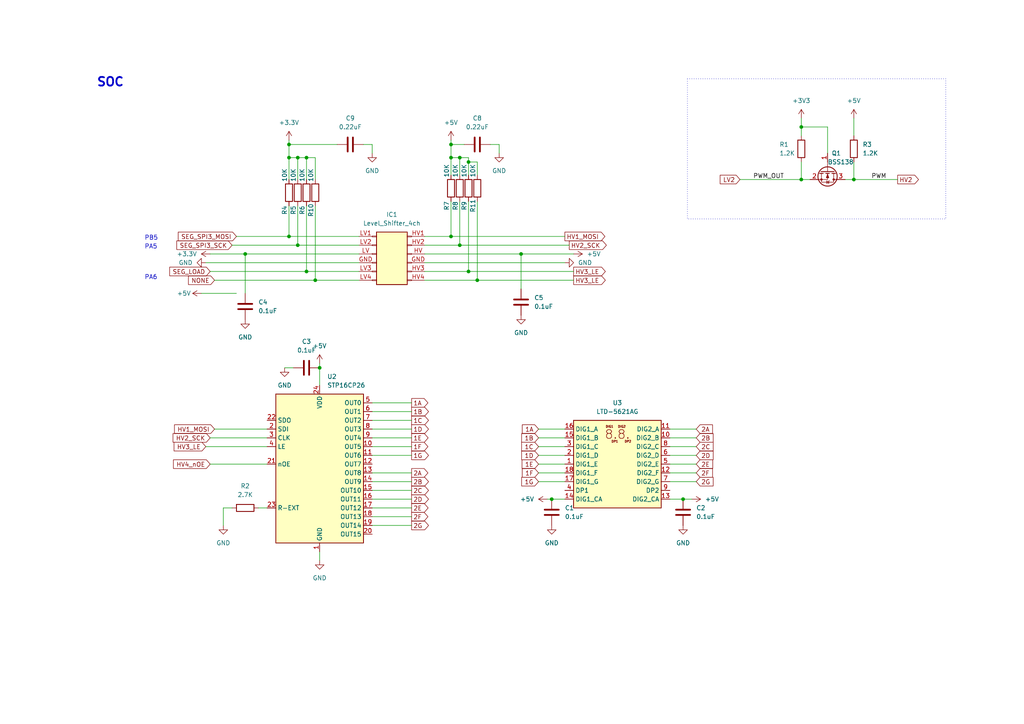
<source format=kicad_sch>
(kicad_sch (version 20230121) (generator eeschema)
  (paper "A4")
  (title_block (title "[AMDS] 2-Digit 7-Segment Schematic"))
  (lib_symbols
    (symbol "+3.3V_2" (power) (pin_numbers hide) (pin_names (offset 0) hide)
      (property "Value" "+3.3V_2" (at 0 3.556 0))
      (symbol "+3.3V_2_0_1"
        (polyline (pts (xy -0.762 1.27) (xy 0 2.54)))
        (polyline (pts (xy 0 0) (xy 0 2.54)))
        (polyline (pts (xy 0 2.54) (xy 0.762 1.27)))
      )
      (symbol "+3.3V_2_1_1"
        (pin power_in line (at 0 0 90) (length 0) hide (name "+3.3V") (number "1"))
      )
    )
    (symbol "+5V_1" (power) (pin_numbers hide) (pin_names (offset 0) hide)
      (property "Value" "+5V_1" (at 0 3.556 0))
      (symbol "+5V_1_0_1"
        (polyline (pts (xy -0.762 1.27) (xy 0 2.54)))
        (polyline (pts (xy 0 0) (xy 0 2.54)))
        (polyline (pts (xy 0 2.54) (xy 0.762 1.27)))
      )
      (symbol "+5V_1_1_1"
        (pin power_in line (at 0 0 90) (length 0) hide (name "+5V") (number "1"))
      )
    )
    (symbol "Connector_Generic:Level_Shifter_4ch" (pin_names (offset 1.016) hide)
      (property "Reference" "IC1" (at 1.27 16.51 0))
      (property "Value" "Level_Shifter_4ch" (at 3.81 13.97 0))
      (symbol "Level_Shifter_4ch_1_1"
        (rectangle (start -1.27 -2.413) (end 0 -2.667) (stroke (width 0.1524)))
        (rectangle (start -1.27 0.127) (end 0 -0.127) (stroke (width 0.1524)))
        (rectangle (start -1.27 2.667) (end 0 2.413) (stroke (width 0.1524)))
        (rectangle (start -1.27 5.207) (end 0 4.953) (stroke (width 0.1524)))
        (rectangle (start -1.27 7.747) (end 0 7.493) (stroke (width 0.1524)))
        (rectangle (start -1.27 10.287) (end 0 10.033) (stroke (width 0.1524)))
        (rectangle (start 0 11.43) (end 8.89 -3.81) (stroke (width 0.254)) (fill (type background)))
        (rectangle (start 10.16 -2.413) (end 8.89 -2.667) (stroke (width 0.1524)))
        (rectangle (start 10.16 0.127) (end 8.89 -0.127) (stroke (width 0.1524)))
        (rectangle (start 10.16 2.667) (end 8.89 2.413) (stroke (width 0.1524)))
        (rectangle (start 10.16 5.207) (end 8.89 4.953) (stroke (width 0.1524)))
        (rectangle (start 10.16 7.747) (end 8.89 7.493) (stroke (width 0.1524)))
        (rectangle (start 10.16 10.287) (end 8.89 10.033) (stroke (width 0.1524)))
        (pin passive line (at -5.08 2.54 0) (length 3.81) (name "Pin_a4") (number "GND"))
        (pin passive line (at 13.97 2.54 180) (length 3.81) (name "Pin_b4") (number "GND"))
        (pin passive line (at 13.97 5.08 180) (length 3.81) (name "pin_b3") (number "HV"))
        (pin passive line (at 13.97 10.16 180) (length 3.81) (name "Pin_b1") (number "HV1"))
        (pin passive line (at 13.97 7.62 180) (length 3.81) (name "Pin_b2") (number "HV2"))
        (pin passive line (at 13.97 0 180) (length 3.81) (name "Pin_b5") (number "HV3"))
        (pin passive line (at 13.97 -2.54 180) (length 3.81) (name "Pin_b6") (number "HV4"))
        (pin passive line (at -5.08 5.08 0) (length 3.81) (name "Pin_a3") (number "LV"))
        (pin passive line (at -5.08 10.16 0) (length 3.81) (name "Pin_a1") (number "LV1"))
        (pin passive line (at -5.08 7.62 0) (length 3.81) (name "Pin_a2") (number "LV2"))
        (pin passive line (at -5.08 0 0) (length 3.81) (name "Pin_a5") (number "LV3"))
        (pin passive line (at -5.08 -2.54 0) (length 3.81) (name "Pin_a6") (number "LV4"))
      )
    )
    (symbol "Device:C" (pin_numbers hide) (pin_names (offset 0.254))
      (property "Reference" "C" (at 0.635 2.54 0))
      (property "Value" "C" (at 0.635 -2.54 0))
      (symbol "C_0_1"
        (polyline (pts (xy -2.032 -0.762) (xy 2.032 -0.762)) (stroke (width 0.508)))
        (polyline (pts (xy -2.032 0.762) (xy 2.032 0.762)) (stroke (width 0.508)))
      )
      (symbol "C_1_1"
        (pin passive line (at 0 3.81 270) (length 2.794) (name "~") (number "1"))
        (pin passive line (at 0 -3.81 90) (length 2.794) (name "~") (number "2"))
      )
    )
    (symbol "Device:R" (pin_numbers hide) (pin_names (offset 0))
      (property "Reference" "R" (at 2.032 0 90))
      (property "Value" "R" (at 0 0 90))
      (symbol "R_0_1"
        (rectangle (start -1.016 -2.54) (end 1.016 2.54) (stroke (width 0.254)))
      )
      (symbol "R_1_1"
        (pin passive line (at 0 3.81 270) (length 1.27) (name "~") (number "1"))
        (pin passive line (at 0 -3.81 90) (length 1.27) (name "~") (number "2"))
      )
    )
    (symbol "Driver_LED:LED1642GWPTR"
      (property "Reference" "U2" (at 2.1941 25.4 0))
      (property "Value" "STP16CP26" (at 2.1941 22.86 0))
      (symbol "LED1642GWPTR_0_1"
        (rectangle (start -12.7 20.32) (end 12.7 -22.86) (stroke (width 0.254)) (fill (type background)))
      )
      (symbol "LED1642GWPTR_1_0"
        (pin input line (at -15.24 0 0) (length 2.54) (name "nOE") (number "21"))
      )
      (symbol "LED1642GWPTR_1_1"
        (pin power_in line (at 0 -25.4 90) (length 2.54) (name "GND") (number "1"))
        (pin output line (at 15.24 5.08 180) (length 2.54) (name "OUT5") (number "10"))
        (pin output line (at 15.24 2.54 180) (length 2.54) (name "OUT6") (number "11"))
        (pin output line (at 15.24 0 180) (length 2.54) (name "OUT7") (number "12"))
        (pin output line (at 15.24 -2.54 180) (length 2.54) (name "OUT8") (number "13"))
        (pin output line (at 15.24 -5.08 180) (length 2.54) (name "OUT9") (number "14"))
        (pin output line (at 15.24 -7.62 180) (length 2.54) (name "OUT10") (number "15"))
        (pin output line (at 15.24 -10.16 180) (length 2.54) (name "OUT11") (number "16"))
        (pin output line (at 15.24 -12.7 180) (length 2.54) (name "OUT12") (number "17"))
        (pin output line (at 15.24 -15.24 180) (length 2.54) (name "OUT13") (number "18"))
        (pin output line (at 15.24 -17.78 180) (length 2.54) (name "OUT14") (number "19"))
        (pin input line (at -15.24 10.16 0) (length 2.54) (name "SDI") (number "2"))
        (pin output line (at 15.24 -20.32 180) (length 2.54) (name "OUT15") (number "20"))
        (pin output line (at -15.24 12.7 0) (length 2.54) (name "SDO") (number "22"))
        (pin passive line (at -15.24 -12.7 0) (length 2.54) (name "R-EXT") (number "23"))
        (pin power_in line (at 0 22.86 270) (length 2.54) (name "VDD") (number "24"))
        (pin input line (at -15.24 7.62 0) (length 2.54) (name "CLK") (number "3"))
        (pin input line (at -15.24 5.08 0) (length 2.54) (name "LE") (number "4"))
        (pin output line (at 15.24 17.78 180) (length 2.54) (name "OUT0") (number "5"))
        (pin output line (at 15.24 15.24 180) (length 2.54) (name "OUT1") (number "6"))
        (pin output line (at 15.24 12.7 180) (length 2.54) (name "OUT2") (number "7"))
        (pin output line (at 15.24 10.16 180) (length 2.54) (name "OUT3") (number "8"))
        (pin output line (at 15.24 7.62 180) (length 2.54) (name "OUT4") (number "9"))
      )
    )
    (symbol "GND_1" (power) (pin_numbers hide) (pin_names (offset 0) hide)
      (property "Value" "GND_1" (at 0 -3.81 0))
      (symbol "GND_1_0_1"
        (polyline (pts (xy 0 0) (xy 0 -1.27) (xy 1.27 -1.27) (xy 0 -2.54) (xy -1.27 -1.27) (xy 0 -1.27)))
      )
      (symbol "GND_1_1_1"
        (pin power_in line (at 0 0 270) (length 0) hide (name "GND") (number "1"))
      )
    )
    (symbol "GND_3" (power) (pin_numbers hide) (pin_names (offset 0) hide)
      (property "Value" "GND_3" (at 0 -3.81 0))
      (symbol "GND_3_0_1"
        (polyline (pts (xy 0 0) (xy 0 -1.27) (xy 1.27 -1.27) (xy 0 -2.54) (xy -1.27 -1.27) (xy 0 -1.27)))
      )
      (symbol "GND_3_1_1"
        (pin power_in line (at 0 0 270) (length 0) hide (name "GND") (number "1"))
      )
    )
    (symbol "LTD-5621AG:LTD-5621AG"
      (property "Reference" "U" (at -11.43 13.97 0))
      (property "Value" "LTD-5621AG" (at 8.89 13.97 0))
      (symbol "LTD-5621AG_0_0"
        (text "8.8." (at 0 8.636 0) (effects (font (size 2.54 2.54))))
        (text "DIG1" (at -2.286 10.922 0) (effects (font (size 0.635 0.635))))
        (text "DIG2" (at 1.27 10.922 0) (effects (font (size 0.635 0.635))))
        (text "DP1" (at -0.762 6.604 0) (effects (font (size 0.635 0.635))))
        (text "DP2" (at 3.048 6.604 0) (effects (font (size 0.635 0.635))))
      )
      (symbol "LTD-5621AG_0_1"
        (rectangle (start -12.7 12.7) (end 12.7 -12.7) (stroke (width 0.254)) (fill (type background)))
      )
      (symbol "LTD-5621AG_1_1"
        (pin input line (at -15.24 0 0) (length 2.54) (name "DIG1_E") (number "1"))
        (pin input line (at 15.24 7.62 180) (length 2.54) (name "DIG2_B") (number "10"))
        (pin input line (at 15.24 10.16 180) (length 2.54) (name "DIG2_A") (number "11"))
        (pin input line (at 15.24 -2.54 180) (length 2.54) (name "DIG2_F") (number "12"))
        (pin input line (at 15.24 -10.16 180) (length 2.54) (name "DIG2_CA") (number "13"))
        (pin input line (at -15.24 -10.16 0) (length 2.54) (name "DIG1_CA") (number "14"))
        (pin input line (at -15.24 7.62 0) (length 2.54) (name "DIG1_B") (number "15"))
        (pin input line (at -15.24 10.16 0) (length 2.54) (name "DIG1_A") (number "16"))
        (pin input line (at -15.24 -5.08 0) (length 2.54) (name "DIG1_G") (number "17"))
        (pin input line (at -15.24 -2.54 0) (length 2.54) (name "DIG1_F") (number "18"))
        (pin input line (at -15.24 2.54 0) (length 2.54) (name "DIG1_D") (number "2"))
        (pin input line (at -15.24 5.08 0) (length 2.54) (name "DIG1_C") (number "3"))
        (pin input line (at -15.24 -7.62 0) (length 2.54) (name "DP1") (number "4"))
        (pin input line (at 15.24 0 180) (length 2.54) (name "DIG2_E") (number "5"))
        (pin input line (at 15.24 2.54 180) (length 2.54) (name "DIG2_D") (number "6"))
        (pin input line (at 15.24 -5.08 180) (length 2.54) (name "DIG2_G") (number "7"))
        (pin input line (at 15.24 5.08 180) (length 2.54) (name "DIG2_C") (number "8"))
        (pin input line (at 15.24 -7.62 180) (length 2.54) (name "DP2") (number "9"))
      )
    )
    (symbol "Transistor_FET:BSS138" (pin_names hide)
      (property "Reference" "Q" (at 5.08 1.905 0))
      (property "Value" "BSS138" (at 5.08 0 0))
      (symbol "BSS138_0_1"
        (polyline (pts (xy 0.254 0) (xy -2.54 0)))
        (polyline (pts (xy 0.254 1.905) (xy 0.254 -1.905)) (stroke (width 0.254)))
        (polyline (pts (xy 0.762 -1.27) (xy 0.762 -2.286)) (stroke (width 0.254)))
        (polyline (pts (xy 0.762 0.508) (xy 0.762 -0.508)) (stroke (width 0.254)))
        (polyline (pts (xy 0.762 2.286) (xy 0.762 1.27)) (stroke (width 0.254)))
        (polyline (pts (xy 2.54 2.54) (xy 2.54 1.778)))
        (polyline (pts (xy 2.54 -2.54) (xy 2.54 0) (xy 0.762 0)))
        (polyline (pts (xy 0.762 -1.778) (xy 3.302 -1.778) (xy 3.302 1.778) (xy 0.762 1.778)))
        (polyline (pts (xy 1.016 0) (xy 2.032 0.381) (xy 2.032 -0.381) (xy 1.016 0)) (fill (type outline)))
        (polyline (pts (xy 2.794 0.508) (xy 2.921 0.381) (xy 3.683 0.381) (xy 3.81 0.254)))
        (polyline (pts (xy 3.302 0.381) (xy 2.921 -0.254) (xy 3.683 -0.254) (xy 3.302 0.381)))
        (circle (center 1.651 0) (radius 2.794) (stroke (width 0.254)))
        (circle (center 2.54 -1.778) (radius 0.254) (fill (type outline)))
        (circle (center 2.54 1.778) (radius 0.254) (fill (type outline)))
      )
      (symbol "BSS138_1_1"
        (pin input line (at -5.08 0 0) (length 2.54) (name "G") (number "1"))
        (pin passive line (at 2.54 -5.08 90) (length 2.54) (name "S") (number "2"))
        (pin passive line (at 2.54 5.08 270) (length 2.54) (name "D") (number "3"))
      )
    )
    (symbol "power:+3.3V" (power) (pin_names (offset 0))
      (property "Value" "+3.3V" (at 0 3.556 0))
      (symbol "+3.3V_0_1"
        (polyline (pts (xy -0.762 1.27) (xy 0 2.54)))
        (polyline (pts (xy 0 0) (xy 0 2.54)))
        (polyline (pts (xy 0 2.54) (xy 0.762 1.27)))
      )
      (symbol "+3.3V_1_1"
        (pin power_in line (at 0 0 90) (length 0) hide (name "+3V3") (number "1"))
      )
    )
    (symbol "power:+5V" (power) (pin_names (offset 0))
      (property "Value" "+5V" (at 0 3.556 0))
      (symbol "+5V_0_1"
        (polyline (pts (xy -0.762 1.27) (xy 0 2.54)))
        (polyline (pts (xy 0 0) (xy 0 2.54)))
        (polyline (pts (xy 0 2.54) (xy 0.762 1.27)))
      )
      (symbol "+5V_1_1"
        (pin power_in line (at 0 0 90) (length 0) hide (name "+5V") (number "1"))
      )
    )
  )
  (junction (at 138.43 81.28))
  (junction (at 133.35 45.72))
  (junction (at 86.36 71.12))
  (junction (at 160.02 144.78))
  (junction (at 247.65 52.07))
  (junction (at 88.9 78.74))
  (junction (at 130.81 45.72))
  (junction (at 71.12 73.66))
  (junction (at 91.44 81.28))
  (junction (at 83.82 68.58))
  (junction (at 133.35 71.12))
  (junction (at 232.41 52.07))
  (junction (at 83.82 45.72))
  (junction (at 232.41 36.83))
  (junction (at 83.82 41.91))
  (junction (at 151.13 73.66))
  (junction (at 130.81 68.58))
  (junction (at 130.81 41.91))
  (junction (at 198.12 144.78))
  (junction (at 92.71 106.68))
  (junction (at 135.89 78.74))
  (junction (at 86.36 45.72))
  (junction (at 88.9 45.72))
  (junction (at 135.89 46.99))
  (wire (pts (xy 107.95 116.84) (xy 119.38 116.84)))
  (wire (pts (xy 158.75 144.78) (xy 160.02 144.78)))
  (wire (pts (xy 91.44 59.69) (xy 91.44 81.28)))
  (wire (pts (xy 86.36 59.69) (xy 86.36 71.12)))
  (wire (pts (xy 107.95 44.45) (xy 107.95 41.91)))
  (wire (pts (xy 83.82 45.72) (xy 83.82 52.07)))
  (wire (pts (xy 156.21 129.54) (xy 163.83 129.54)))
  (wire (pts (xy 107.95 119.38) (xy 119.38 119.38)))
  (wire (pts (xy 59.69 76.2) (xy 104.14 76.2)))
  (wire (pts (xy 163.83 76.2) (xy 123.19 76.2)))
  (wire (pts (xy 130.81 58.42) (xy 130.81 68.58)))
  (wire (pts (xy 138.43 46.99) (xy 138.43 50.8)))
  (wire (pts (xy 83.82 68.58) (xy 104.14 68.58)))
  (wire (pts (xy 135.89 58.42) (xy 135.89 78.74)))
  (wire (pts (xy 156.21 124.46) (xy 163.83 124.46)))
  (wire (pts (xy 198.12 144.78) (xy 194.31 144.78)))
  (wire (pts (xy 240.03 44.45) (xy 240.03 36.83)))
  (wire (pts (xy 156.21 139.7) (xy 163.83 139.7)))
  (wire (pts (xy 60.96 73.66) (xy 71.12 73.66)))
  (wire (pts (xy 156.21 137.16) (xy 163.83 137.16)))
  (wire (pts (xy 83.82 41.91) (xy 97.79 41.91)))
  (wire (pts (xy 144.78 44.45) (xy 144.78 41.91)))
  (wire (pts (xy 92.71 105.41) (xy 92.71 106.68)))
  (wire (pts (xy 194.31 129.54) (xy 201.93 129.54)))
  (wire (pts (xy 86.36 71.12) (xy 104.14 71.12)))
  (wire (pts (xy 83.82 59.69) (xy 83.82 68.58)))
  (wire (pts (xy 194.31 139.7) (xy 201.93 139.7)))
  (wire (pts (xy 160.02 144.78) (xy 163.83 144.78)))
  (wire (pts (xy 240.03 36.83) (xy 232.41 36.83)))
  (wire (pts (xy 138.43 58.42) (xy 138.43 81.28)))
  (wire (pts (xy 107.95 139.7) (xy 119.38 139.7)))
  (wire (pts (xy 138.43 81.28) (xy 166.37 81.28)))
  (wire (pts (xy 144.78 41.91) (xy 142.24 41.91)))
  (wire (pts (xy 232.41 36.83) (xy 232.41 39.37)))
  (wire (pts (xy 92.71 106.68) (xy 92.71 111.76)))
  (wire (pts (xy 107.95 124.46) (xy 119.38 124.46)))
  (wire (pts (xy 156.21 127) (xy 163.83 127)))
  (wire (pts (xy 130.81 41.91) (xy 130.81 45.72)))
  (wire (pts (xy 156.21 134.62) (xy 163.83 134.62)))
  (wire (pts (xy 247.65 34.29) (xy 247.65 39.37)))
  (wire (pts (xy 91.44 45.72) (xy 91.44 52.07)))
  (wire (pts (xy 60.96 127) (xy 77.47 127)))
  (wire (pts (xy 130.81 40.64) (xy 130.81 41.91)))
  (wire (pts (xy 86.36 45.72) (xy 88.9 45.72)))
  (wire (pts (xy 107.95 41.91) (xy 105.41 41.91)))
  (wire (pts (xy 91.44 81.28) (xy 104.14 81.28)))
  (wire (pts (xy 74.93 147.32) (xy 77.47 147.32)))
  (wire (pts (xy 107.95 121.92) (xy 119.38 121.92)))
  (wire (pts (xy 64.77 147.32) (xy 67.31 147.32)))
  (wire (pts (xy 60.96 134.62) (xy 77.47 134.62)))
  (wire (pts (xy 163.83 68.58) (xy 130.81 68.58)))
  (wire (pts (xy 88.9 45.72) (xy 91.44 45.72)))
  (wire (pts (xy 232.41 34.29) (xy 232.41 36.83)))
  (wire (pts (xy 135.89 46.99) (xy 135.89 50.8)))
  (wire (pts (xy 130.81 41.91) (xy 134.62 41.91)))
  (wire (pts (xy 214.63 52.07) (xy 232.41 52.07)))
  (wire (pts (xy 83.82 45.72) (xy 86.36 45.72)))
  (wire (pts (xy 135.89 46.99) (xy 138.43 46.99)))
  (wire (pts (xy 59.69 129.54) (xy 77.47 129.54)))
  (wire (pts (xy 107.95 144.78) (xy 119.38 144.78)))
  (wire (pts (xy 107.95 142.24) (xy 119.38 142.24)))
  (wire (pts (xy 92.71 162.56) (xy 92.71 160.02)))
  (wire (pts (xy 200.66 144.78) (xy 198.12 144.78)))
  (wire (pts (xy 62.23 81.28) (xy 91.44 81.28)))
  (wire (pts (xy 71.12 73.66) (xy 104.14 73.66)))
  (wire (pts (xy 247.65 46.99) (xy 247.65 52.07)))
  (wire (pts (xy 245.11 52.07) (xy 247.65 52.07)))
  (wire (pts (xy 86.36 45.72) (xy 86.36 52.07)))
  (wire (pts (xy 130.81 45.72) (xy 130.81 50.8)))
  (wire (pts (xy 130.81 45.72) (xy 133.35 45.72)))
  (wire (pts (xy 107.95 147.32) (xy 119.38 147.32)))
  (wire (pts (xy 83.82 41.91) (xy 83.82 45.72)))
  (wire (pts (xy 151.13 73.66) (xy 151.13 83.82)))
  (wire (pts (xy 68.58 68.58) (xy 83.82 68.58)))
  (wire (pts (xy 62.23 124.46) (xy 77.47 124.46)))
  (wire (pts (xy 88.9 78.74) (xy 104.14 78.74)))
  (wire (pts (xy 166.37 78.74) (xy 135.89 78.74)))
  (wire (pts (xy 83.82 40.64) (xy 83.82 41.91)))
  (wire (pts (xy 232.41 52.07) (xy 234.95 52.07)))
  (wire (pts (xy 88.9 45.72) (xy 88.9 52.07)))
  (wire (pts (xy 123.19 73.66) (xy 151.13 73.66)))
  (wire (pts (xy 130.81 68.58) (xy 123.19 68.58)))
  (wire (pts (xy 151.13 73.66) (xy 166.37 73.66)))
  (wire (pts (xy 67.31 71.12) (xy 86.36 71.12)))
  (wire (pts (xy 133.35 71.12) (xy 123.19 71.12)))
  (wire (pts (xy 194.31 134.62) (xy 201.93 134.62)))
  (wire (pts (xy 64.77 152.4) (xy 64.77 147.32)))
  (wire (pts (xy 58.42 85.09) (xy 68.58 85.09)))
  (wire (pts (xy 165.1 71.12) (xy 133.35 71.12)))
  (wire (pts (xy 107.95 129.54) (xy 119.38 129.54)))
  (wire (pts (xy 156.21 132.08) (xy 163.83 132.08)))
  (wire (pts (xy 71.12 73.66) (xy 71.12 85.09)))
  (wire (pts (xy 133.35 58.42) (xy 133.35 71.12)))
  (wire (pts (xy 194.31 137.16) (xy 201.93 137.16)))
  (wire (pts (xy 194.31 132.08) (xy 201.93 132.08)))
  (wire (pts (xy 194.31 127) (xy 201.93 127)))
  (wire (pts (xy 107.95 132.08) (xy 119.38 132.08)))
  (wire (pts (xy 247.65 52.07) (xy 260.35 52.07)))
  (wire (pts (xy 60.96 78.74) (xy 88.9 78.74)))
  (wire (pts (xy 232.41 46.99) (xy 232.41 52.07)))
  (wire (pts (xy 107.95 127) (xy 119.38 127)))
  (wire (pts (xy 135.89 45.72) (xy 135.89 46.99)))
  (wire (pts (xy 135.89 78.74) (xy 123.19 78.74)))
  (wire (pts (xy 107.95 149.86) (xy 119.38 149.86)))
  (wire (pts (xy 88.9 59.69) (xy 88.9 78.74)))
  (wire (pts (xy 133.35 45.72) (xy 133.35 50.8)))
  (wire (pts (xy 133.35 45.72) (xy 135.89 45.72)))
  (wire (pts (xy 123.19 81.28) (xy 138.43 81.28)))
  (wire (pts (xy 194.31 124.46) (xy 201.93 124.46)))
  (wire (pts (xy 107.95 137.16) (xy 119.38 137.16)))
  (wire (pts (xy 82.55 106.68) (xy 85.09 106.68)))
  (wire (pts (xy 107.95 152.4) (xy 119.38 152.4)))
  (rectangle (start 199.39 22.86) (end 274.32 63.5) (stroke (width 0) (type dot)))
  (text "PA5" (at 41.91 72.39 0) (effects (font (size 1.27 1.27)) (justify left bottom)))
  (text "SOC" (at 27.94 25.4 0) (effects (font (size 2.5 2.5) (thickness 0.5) bold) (justify left bottom)))
  (text "PB5" (at 41.91 69.85 0) (effects (font (size 1.27 1.27)) (justify left bottom)))
  (text "PA6" (at 41.91 81.28 0) (effects (font (size 1.27 1.27)) (justify left bottom)))
  (label "PWM_OUT" (at 218.44 52.07 0))
  (label "PWM" (at 252.73 52.07 0))
  (global_label "1C" (shape output) (at 119.38 121.92 0) (property "Intersheetrefs" "${INTERSHEET_REFS}" (effects hide)))
  (global_label "HV2_SCK" (shape output) (at 165.1 71.12 0) (property "Intersheetrefs" "${INTERSHEET_REFS}" (effects hide)))
  (global_label "2E" (shape input) (at 201.93 134.62 0) (property "Intersheetrefs" "${INTERSHEET_REFS}" (effects hide)))
  (global_label "1E" (shape output) (at 119.38 127 0) (property "Intersheetrefs" "${INTERSHEET_REFS}" (effects hide)))
  (global_label "1F" (shape output) (at 119.38 129.54 0) (property "Intersheetrefs" "${INTERSHEET_REFS}" (effects hide)))
  (global_label "1C" (shape input) (at 156.21 129.54 180) (property "Intersheetrefs" "${INTERSHEET_REFS}" (effects hide)))
  (global_label "NONE" (shape input) (at 62.23 81.28 180) (property "Intersheetrefs" "${INTERSHEET_REFS}" (effects hide)))
  (global_label "1A" (shape input) (at 156.21 124.46 180) (property "Intersheetrefs" "${INTERSHEET_REFS}" (effects hide)))
  (global_label "1G" (shape input) (at 156.21 139.7 180) (property "Intersheetrefs" "${INTERSHEET_REFS}" (effects hide)))
  (global_label "2G" (shape input) (at 201.93 139.7 0) (property "Intersheetrefs" "${INTERSHEET_REFS}" (effects hide)))
  (global_label "2B" (shape output) (at 119.38 139.7 0) (property "Intersheetrefs" "${INTERSHEET_REFS}" (effects hide)))
  (global_label "1A" (shape output) (at 119.38 116.84 0) (property "Intersheetrefs" "${INTERSHEET_REFS}" (effects hide)))
  (global_label "LV2" (shape input) (at 214.63 52.07 180) (property "Intersheetrefs" "${INTERSHEET_REFS}" (effects hide)))
  (global_label "1B" (shape input) (at 156.21 127 180) (property "Intersheetrefs" "${INTERSHEET_REFS}" (effects hide)))
  (global_label "HV3_LE" (shape output) (at 166.37 81.28 0) (property "Intersheetrefs" "${INTERSHEET_REFS}" (effects hide)))
  (global_label "HV3_LE" (shape input) (at 59.69 129.54 180) (property "Intersheetrefs" "${INTERSHEET_REFS}" (effects hide)))
  (global_label "2B" (shape input) (at 201.93 127 0) (property "Intersheetrefs" "${INTERSHEET_REFS}" (effects hide)))
  (global_label "2A" (shape input) (at 201.93 124.46 0) (property "Intersheetrefs" "${INTERSHEET_REFS}" (effects hide)))
  (global_label "1D" (shape input) (at 156.21 132.08 180) (property "Intersheetrefs" "${INTERSHEET_REFS}" (effects hide)))
  (global_label "2A" (shape output) (at 119.38 137.16 0) (property "Intersheetrefs" "${INTERSHEET_REFS}" (effects hide)))
  (global_label "1G" (shape output) (at 119.38 132.08 0) (property "Intersheetrefs" "${INTERSHEET_REFS}" (effects hide)))
  (global_label "SEG_LOAD" (shape input) (at 60.96 78.74 180) (property "Intersheetrefs" "${INTERSHEET_REFS}" (effects hide)))
  (global_label "1B" (shape output) (at 119.38 119.38 0) (property "Intersheetrefs" "${INTERSHEET_REFS}" (effects hide)))
  (global_label "2C" (shape input) (at 201.93 129.54 0) (property "Intersheetrefs" "${INTERSHEET_REFS}" (effects hide)))
  (global_label "2G" (shape output) (at 119.38 152.4 0) (property "Intersheetrefs" "${INTERSHEET_REFS}" (effects hide)))
  (global_label "SEG_SPI3_MOSI" (shape input) (at 68.58 68.58 180) (property "Intersheetrefs" "${INTERSHEET_REFS}" (effects hide)))
  (global_label "2F" (shape input) (at 201.93 137.16 0) (property "Intersheetrefs" "${INTERSHEET_REFS}" (effects hide)))
  (global_label "HV3_LE" (shape output) (at 166.37 78.74 0) (property "Intersheetrefs" "${INTERSHEET_REFS}" (effects hide)))
  (global_label "1F" (shape input) (at 156.21 137.16 180) (property "Intersheetrefs" "${INTERSHEET_REFS}" (effects hide)))
  (global_label "HV2_SCK" (shape input) (at 60.96 127 180) (property "Intersheetrefs" "${INTERSHEET_REFS}" (effects hide)))
  (global_label "HV1_MOSI" (shape output) (at 163.83 68.58 0) (property "Intersheetrefs" "${INTERSHEET_REFS}" (effects hide)))
  (global_label "SEG_SPI3_SCK" (shape input) (at 67.31 71.12 180) (property "Intersheetrefs" "${INTERSHEET_REFS}" (effects hide)))
  (global_label "2F" (shape output) (at 119.38 149.86 0) (property "Intersheetrefs" "${INTERSHEET_REFS}" (effects hide)))
  (global_label "2E" (shape output) (at 119.38 147.32 0) (property "Intersheetrefs" "${INTERSHEET_REFS}" (effects hide)))
  (global_label "1D" (shape output) (at 119.38 124.46 0) (property "Intersheetrefs" "${INTERSHEET_REFS}" (effects hide)))
  (global_label "HV2" (shape output) (at 260.35 52.07 0) (property "Intersheetrefs" "${INTERSHEET_REFS}" (effects hide)))
  (global_label "HV4_nOE" (shape input) (at 60.96 134.62 180) (property "Intersheetrefs" "${INTERSHEET_REFS}" (effects hide)))
  (global_label "2C" (shape output) (at 119.38 142.24 0) (property "Intersheetrefs" "${INTERSHEET_REFS}" (effects hide)))
  (global_label "2D" (shape input) (at 201.93 132.08 0) (property "Intersheetrefs" "${INTERSHEET_REFS}" (effects hide)))
  (global_label "HV1_MOSI" (shape input) (at 62.23 124.46 180) (property "Intersheetrefs" "${INTERSHEET_REFS}" (effects hide)))
  (global_label "2D" (shape output) (at 119.38 144.78 0) (property "Intersheetrefs" "${INTERSHEET_REFS}" (effects hide)))
  (global_label "1E" (shape input) (at 156.21 134.62 180) (property "Intersheetrefs" "${INTERSHEET_REFS}" (effects hide)))
  (symbol (lib_name "+5V_1") (lib_id "power:+5V") (at 130.81 40.64 0) (unit 1)
    (property "Reference" "#PWR017" (effects hide))
    (property "Value" "+5V" (at 130.81 35.56 0))
  )
  (symbol (lib_name "GND_3") (lib_id "power:GND") (at 144.78 44.45 0) (unit 1)
    (property "Reference" "#PWR019" (effects hide))
    (property "Value" "GND" (at 144.78 49.53 0))
  )
  (symbol (lib_id "Device:R") (at 247.65 43.18 0) (unit 1)
    (property "Reference" "R3" (at 250.19 41.9099 0) (effects (justify left)))
    (property "Value" "1.2K" (at 250.19 44.4499 0) (effects (justify left)))
  )
  (symbol (lib_id "Device:C") (at 71.12 88.9 0) (unit 1)
    (property "Reference" "C4" (at 74.93 87.63 0) (effects (justify left)))
    (property "Value" "0.1uF" (at 74.93 90.17 0) (effects (justify left)))
  )
  (symbol (lib_name "GND_3") (lib_id "power:GND") (at 82.55 106.68 0) (unit 1)
    (property "Reference" "#PWR014" (effects hide))
    (property "Value" "GND" (at 82.55 111.76 0))
  )
  (symbol (lib_id "Device:R") (at 232.41 43.18 0) (unit 1)
    (property "Reference" "R1" (at 226.06 41.91 0) (effects (justify left)))
    (property "Value" "1.2K" (at 226.06 44.45 0) (effects (justify left)))
  )
  (symbol (lib_id "Device:R") (at 71.12 147.32 90) (unit 1)
    (property "Reference" "R2" (at 71.12 140.97 90))
    (property "Value" "2.7K" (at 71.12 143.51 90))
  )
  (symbol (lib_name "GND_3") (lib_id "power:GND") (at 160.02 152.4 0) (unit 1)
    (property "Reference" "#PWR011" (effects hide))
    (property "Value" "GND" (at 160.02 157.48 0))
  )
  (symbol (lib_name "GND_3") (lib_id "power:GND") (at 151.13 91.44 0) (unit 1)
    (property "Reference" "#PWR015" (effects hide))
    (property "Value" "GND" (at 151.13 96.52 0))
  )
  (symbol (lib_id "Device:R") (at 133.35 54.61 180) (unit 1)
    (property "Reference" "R8" (at 132.08 59.69 90))
    (property "Value" "10K" (at 132.08 49.53 90))
  )
  (symbol (lib_id "Device:R") (at 86.36 55.88 180) (unit 1)
    (property "Reference" "R5" (at 85.09 60.96 90))
    (property "Value" "10K" (at 85.09 50.8 90))
  )
  (symbol (lib_id "Device:C") (at 198.12 148.59 0) (unit 1)
    (property "Reference" "C2" (at 201.93 147.32 0) (effects (justify left)))
    (property "Value" "0.1uF" (at 201.93 149.86 0) (effects (justify left)))
  )
  (symbol (lib_id "power:+3.3V") (at 232.41 34.29 0) (unit 1)
    (property "Reference" "#PWR01" (effects hide))
    (property "Value" "+3.3V" (at 232.41 29.21 0))
  )
  (symbol (lib_id "Device:R") (at 130.81 54.61 180) (unit 1)
    (property "Reference" "R7" (at 129.54 59.69 90))
    (property "Value" "10K" (at 129.54 49.53 90))
  )
  (symbol (lib_id "Device:C") (at 101.6 41.91 90) (unit 1)
    (property "Reference" "C9" (at 101.6 34.29 90))
    (property "Value" "0.22uF" (at 101.6 36.83 90))
  )
  (symbol (lib_id "Transistor_FET:BSS138") (at 240.03 49.53 270) (unit 1)
    (property "Reference" "Q1" (at 242.57 44.45 90))
    (property "Value" "BSS138" (at 243.84 46.99 90))
    (property "Footprint" "Package_TO_SOT_SMD:SOT-23" (effects hide))
    (property "Datasheet" "https://www.onsemi.com/pub/Collateral/BSS138-D.PDF" (effects hide))
  )
  (symbol (lib_id "Device:C") (at 151.13 87.63 0) (unit 1)
    (property "Reference" "C5" (at 154.94 86.36 0) (effects (justify left)))
    (property "Value" "0.1uF" (at 154.94 88.9 0) (effects (justify left)))
  )
  (symbol (lib_name "GND_3") (lib_id "power:GND") (at 198.12 152.4 0) (unit 1)
    (property "Reference" "#PWR013" (effects hide))
    (property "Value" "GND" (at 198.12 157.48 0))
  )
  (symbol (lib_name "+5V_1") (lib_id "power:+5V") (at 58.42 85.09 90) (unit 1)
    (property "Reference" "#PWR016" (effects hide))
    (property "Value" "+5V" (at 53.34 85.09 90))
  )
  (symbol (lib_name "GND_1") (lib_id "power:GND") (at 64.77 152.4 0) (unit 1)
    (property "Reference" "#PWR05" (effects hide))
    (property "Value" "GND" (at 64.77 157.48 0))
  )
  (symbol (lib_id "Device:R") (at 83.82 55.88 180) (unit 1)
    (property "Reference" "R4" (at 82.55 60.96 90))
    (property "Value" "10K" (at 82.55 50.8 90))
  )
  (symbol (lib_id "Driver_LED:LED1642GWPTR") (at 92.71 134.62 0) (unit 1)
    (property "Reference" "U2" (at 94.9041 109.22 0) (effects (justify left)))
    (property "Value" "STP16CP26" (at 94.9041 111.76 0) (effects (justify left)))
    (property "Footprint" "Package_SO:QSOP-24_3.9x8.7mm_P0.635mm" (effects hide))
    (property "Datasheet" "https://www.st.com/resource/en/datasheet/led1642gw.pdf" (effects hide))
  )
  (symbol (lib_id "Device:C") (at 88.9 106.68 90) (unit 1)
    (property "Reference" "C3" (at 88.9 99.06 90))
    (property "Value" "0.1uF" (at 88.9 101.6 90))
  )
  (symbol (lib_name "GND_3") (lib_id "power:GND") (at 71.12 92.71 0) (unit 1)
    (property "Reference" "#PWR06" (effects hide))
    (property "Value" "GND" (at 71.12 97.79 0))
  )
  (symbol (lib_id "Device:C") (at 138.43 41.91 90) (unit 1)
    (property "Reference" "C8" (at 138.43 34.29 90))
    (property "Value" "0.22uF" (at 138.43 36.83 90))
  )
  (symbol (lib_id "Device:R") (at 138.43 54.61 180) (unit 1)
    (property "Reference" "R11" (at 137.16 59.69 90))
    (property "Value" "10K" (at 137.16 49.53 90))
  )
  (symbol (lib_name "GND_3") (lib_id "power:GND") (at 92.71 162.56 0) (unit 1)
    (property "Reference" "#PWR022" (effects hide))
    (property "Value" "GND" (at 92.71 167.64 0))
  )
  (symbol (lib_name "GND_1") (lib_id "power:GND") (at 163.83 76.2 90) (unit 1)
    (property "Reference" "#PWR07" (effects hide))
    (property "Value" "GND" (at 167.64 76.2 90) (effects (justify right)))
  )
  (symbol (lib_id "LTD-5621AG:LTD-5621AG") (at 179.07 134.62 0) (unit 1)
    (property "Reference" "U3" (at 179.07 116.84 0))
    (property "Value" "LTD-5621AG" (at 179.07 119.38 0))
    (property "Footprint" "LTD-5621AG" (effects hide))
  )
  (symbol (lib_name "GND_3") (lib_id "power:GND") (at 107.95 44.45 0) (unit 1)
    (property "Reference" "#PWR020" (effects hide))
    (property "Value" "GND" (at 107.95 49.53 0))
  )
  (symbol (lib_name "+5V_1") (lib_id "power:+5V") (at 92.71 105.41 0) (unit 1)
    (property "Reference" "#PWR09" (effects hide))
    (property "Value" "+5V" (at 92.71 100.33 0))
  )
  (symbol (lib_id "Connector_Generic:Level_Shifter_4ch") (at 109.22 78.74 0) (unit 1)
    (property "Reference" "IC1" (at 113.665 62.23 0))
    (property "Value" "Level_Shifter_4ch" (at 113.665 64.77 0))
  )
  (symbol (lib_name "+5V_1") (lib_id "power:+5V") (at 166.37 73.66 270) (unit 1)
    (property "Reference" "#PWR010" (effects hide))
    (property "Value" "+5V" (at 170.18 73.66 90) (effects (justify left)))
  )
  (symbol (lib_id "power:+5V") (at 247.65 34.29 0) (unit 1)
    (property "Reference" "#PWR03" (effects hide))
    (property "Value" "+5V" (at 247.65 29.21 0))
  )
  (symbol (lib_name "+5V_1") (lib_id "power:+5V") (at 158.75 144.78 90) (unit 1)
    (property "Reference" "#PWR02" (effects hide))
    (property "Value" "+5V" (at 154.94 144.78 90) (effects (justify left)))
  )
  (symbol (lib_id "Device:R") (at 88.9 55.88 180) (unit 1)
    (property "Reference" "R6" (at 87.63 60.96 90))
    (property "Value" "10K" (at 87.63 50.8 90))
  )
  (symbol (lib_id "Device:R") (at 91.44 55.88 180) (unit 1)
    (property "Reference" "R10" (at 90.17 60.96 90))
    (property "Value" "10K" (at 90.17 50.8 90))
  )
  (symbol (lib_id "Device:R") (at 135.89 54.61 180) (unit 1)
    (property "Reference" "R9" (at 134.62 59.69 90))
    (property "Value" "10K" (at 134.62 49.53 90))
  )
  (symbol (lib_name "GND_1") (lib_id "power:GND") (at 59.69 76.2 270) (unit 1)
    (property "Reference" "#PWR08" (effects hide))
    (property "Value" "GND" (at 55.88 76.2 90) (effects (justify right)))
  )
  (symbol (lib_id "Device:C") (at 160.02 148.59 0) (unit 1)
    (property "Reference" "C1" (at 163.83 147.32 0) (effects (justify left)))
    (property "Value" "0.1uF" (at 163.83 149.86 0) (effects (justify left)))
  )
  (symbol (lib_name "+3.3V_2") (lib_id "power:+3.3V") (at 83.82 40.64 0) (mirror y) (unit 1)
    (property "Reference" "#PWR018" (effects hide))
    (property "Value" "+3.3V" (at 83.82 35.56 0))
  )
  (symbol (lib_name "+3.3V_2") (lib_id "power:+3.3V") (at 60.96 73.66 90) (mirror x) (unit 1)
    (property "Reference" "#PWR012" (effects hide))
    (property "Value" "+3.3V" (at 57.15 73.66 90) (effects (justify left)))
  )
  (symbol (lib_name "+5V_1") (lib_id "power:+5V") (at 200.66 144.78 270) (unit 1)
    (property "Reference" "#PWR04" (effects hide))
    (property "Value" "+5V" (at 204.47 144.78 90) (effects (justify left)))
  )
)
</source>
